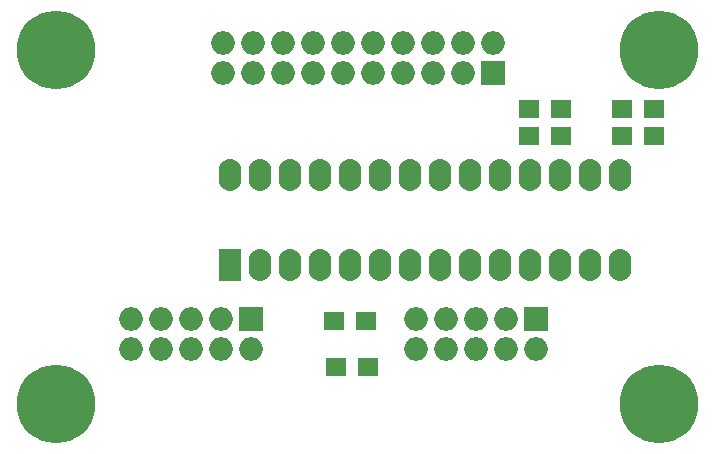
<source format=gbr>
G04 #@! TF.FileFunction,Soldermask,Top*
%FSLAX46Y46*%
G04 Gerber Fmt 4.6, Leading zero omitted, Abs format (unit mm)*
G04 Created by KiCad (PCBNEW (after 2015-mar-04 BZR unknown)-product) date 5/15/2017 4:50:43 PM*
%MOMM*%
G01*
G04 APERTURE LIST*
%ADD10C,0.150000*%
%ADD11R,1.804800X1.604800*%
%ADD12C,6.654800*%
%ADD13R,2.004800X2.004800*%
%ADD14O,2.004800X2.004800*%
%ADD15R,1.904800X2.704800*%
%ADD16O,1.904800X2.704800*%
G04 APERTURE END LIST*
D10*
D11*
X56722000Y-21336000D03*
X54022000Y-21336000D03*
X64596000Y-21336000D03*
X61896000Y-21336000D03*
X64596000Y-19050000D03*
X61896000Y-19050000D03*
X56722000Y-19050000D03*
X54022000Y-19050000D03*
X37550000Y-37000000D03*
X40250000Y-37000000D03*
X37650000Y-40900000D03*
X40350000Y-40900000D03*
D12*
X65000000Y-44000000D03*
D13*
X51000000Y-16000000D03*
D14*
X51000000Y-13460000D03*
X48460000Y-16000000D03*
X48460000Y-13460000D03*
X45920000Y-16000000D03*
X45920000Y-13460000D03*
X43380000Y-16000000D03*
X43380000Y-13460000D03*
X40840000Y-16000000D03*
X40840000Y-13460000D03*
X38300000Y-16000000D03*
X38300000Y-13460000D03*
X35760000Y-16000000D03*
X35760000Y-13460000D03*
X33220000Y-16000000D03*
X33220000Y-13460000D03*
X30680000Y-16000000D03*
X30680000Y-13460000D03*
X28140000Y-16000000D03*
X28140000Y-13460000D03*
D12*
X65000000Y-14000000D03*
X14000000Y-14000000D03*
X14000000Y-44000000D03*
D13*
X54610000Y-36830000D03*
D14*
X54610000Y-39370000D03*
X52070000Y-36830000D03*
X52070000Y-39370000D03*
X49530000Y-36830000D03*
X49530000Y-39370000D03*
X46990000Y-36830000D03*
X46990000Y-39370000D03*
X44450000Y-36830000D03*
X44450000Y-39370000D03*
D15*
X28702000Y-32258000D03*
D16*
X61722000Y-24638000D03*
X31242000Y-32258000D03*
X59182000Y-24638000D03*
X33782000Y-32258000D03*
X56642000Y-24638000D03*
X36322000Y-32258000D03*
X54102000Y-24638000D03*
X38862000Y-32258000D03*
X51562000Y-24638000D03*
X41402000Y-32258000D03*
X49022000Y-24638000D03*
X43942000Y-32258000D03*
X46482000Y-24638000D03*
X46482000Y-32258000D03*
X43942000Y-24638000D03*
X49022000Y-32258000D03*
X41402000Y-24638000D03*
X51562000Y-32258000D03*
X38862000Y-24638000D03*
X54102000Y-32258000D03*
X36322000Y-24638000D03*
X56642000Y-32258000D03*
X33782000Y-24638000D03*
X59182000Y-32258000D03*
X31242000Y-24638000D03*
X61722000Y-32258000D03*
X28702000Y-24638000D03*
D13*
X30480000Y-36830000D03*
D14*
X30480000Y-39370000D03*
X27940000Y-36830000D03*
X27940000Y-39370000D03*
X25400000Y-36830000D03*
X25400000Y-39370000D03*
X22860000Y-36830000D03*
X22860000Y-39370000D03*
X20320000Y-36830000D03*
X20320000Y-39370000D03*
M02*

</source>
